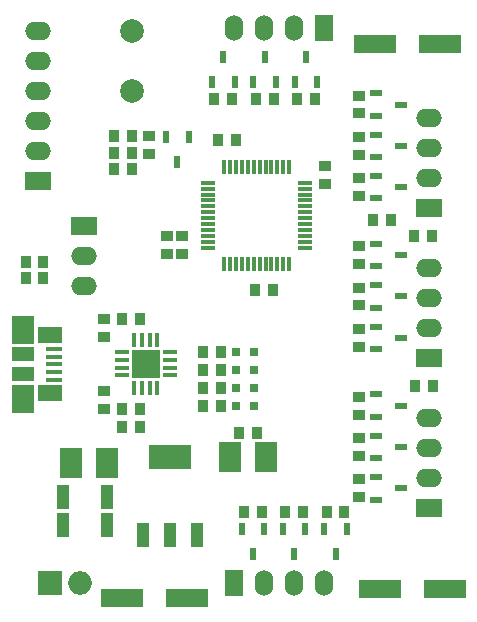
<source format=gts>
G04 (created by PCBNEW (2013-mar-13)-testing) date Tue 02 Jul 2013 08:12:50 AM CEST*
%MOIN*%
G04 Gerber Fmt 3.4, Leading zero omitted, Abs format*
%FSLAX34Y34*%
G01*
G70*
G90*
G04 APERTURE LIST*
%ADD10C,0.006*%
%ADD11R,0.144X0.08*%
%ADD12R,0.04X0.08*%
%ADD13R,0.0768X0.0984*%
%ADD14R,0.0354X0.0394*%
%ADD15R,0.0394X0.0354*%
%ADD16R,0.0394X0.0236*%
%ADD17R,0.0236X0.0394*%
%ADD18R,0.0866X0.06*%
%ADD19O,0.0866X0.06*%
%ADD20R,0.06X0.0866*%
%ADD21O,0.06X0.0866*%
%ADD22R,0.0118X0.0512*%
%ADD23R,0.0512X0.0118*%
%ADD24C,0.0787*%
%ADD25R,0.0314X0.0314*%
%ADD26R,0.0394X0.0787*%
%ADD27R,0.0747X0.0462*%
%ADD28R,0.0747X0.0935*%
%ADD29R,0.0827X0.058*%
%ADD30R,0.0543X0.0177*%
%ADD31R,0.0138X0.0473*%
%ADD32R,0.0137X0.0473*%
%ADD33R,0.0473X0.0138*%
%ADD34R,0.0473X0.0137*%
%ADD35R,0.0956X0.0956*%
%ADD36R,0.1417X0.063*%
%ADD37O,0.0787X0.0787*%
%ADD38R,0.0787X0.0787*%
G04 APERTURE END LIST*
G54D10*
G54D11*
X30100Y-39300D03*
G54D12*
X30100Y-41900D03*
X31000Y-41900D03*
X29200Y-41900D03*
G54D13*
X32100Y-39300D03*
X33300Y-39300D03*
X28000Y-39500D03*
X26800Y-39500D03*
G54D14*
X28247Y-29724D03*
X28839Y-29724D03*
G54D15*
X27900Y-37104D03*
X27900Y-37696D03*
G54D14*
X31704Y-28750D03*
X32296Y-28750D03*
X33546Y-33750D03*
X32954Y-33750D03*
G54D15*
X35275Y-29625D03*
X35275Y-30217D03*
X30500Y-32546D03*
X30500Y-31954D03*
G54D14*
X32404Y-38500D03*
X32996Y-38500D03*
X29096Y-37700D03*
X28504Y-37700D03*
G54D16*
X36985Y-29939D03*
X37817Y-30314D03*
X36985Y-30689D03*
G54D17*
X36004Y-41709D03*
X35629Y-42541D03*
X35254Y-41709D03*
G54D16*
X36985Y-39979D03*
X37817Y-40354D03*
X36985Y-40729D03*
X36985Y-38601D03*
X37817Y-38976D03*
X36985Y-39351D03*
X36985Y-37223D03*
X37817Y-37598D03*
X36985Y-37973D03*
G54D17*
X34626Y-41709D03*
X34251Y-42541D03*
X33876Y-41709D03*
X34270Y-26793D03*
X34645Y-25961D03*
X35020Y-26793D03*
X32892Y-26793D03*
X33267Y-25961D03*
X33642Y-26793D03*
X31514Y-26793D03*
X31889Y-25961D03*
X32264Y-26793D03*
G54D16*
X36985Y-28562D03*
X37817Y-28937D03*
X36985Y-29312D03*
X36985Y-27184D03*
X37817Y-27559D03*
X36985Y-27934D03*
X36985Y-34959D03*
X37817Y-35334D03*
X36985Y-35709D03*
X36985Y-33581D03*
X37817Y-33956D03*
X36985Y-34331D03*
X36985Y-32203D03*
X37817Y-32578D03*
X36985Y-32953D03*
G54D17*
X33249Y-41709D03*
X32874Y-42541D03*
X32499Y-41709D03*
X30729Y-28639D03*
X30354Y-29471D03*
X29979Y-28639D03*
G54D18*
X38750Y-36000D03*
G54D19*
X38750Y-35000D03*
X38750Y-34000D03*
X38750Y-33000D03*
G54D18*
X38750Y-31000D03*
G54D19*
X38750Y-30000D03*
X38750Y-29000D03*
X38750Y-28000D03*
G54D20*
X35250Y-25000D03*
G54D21*
X34250Y-25000D03*
X33250Y-25000D03*
X32250Y-25000D03*
G54D18*
X38750Y-41000D03*
G54D19*
X38750Y-40000D03*
X38750Y-39000D03*
X38750Y-38000D03*
G54D20*
X32250Y-43500D03*
G54D21*
X33250Y-43500D03*
X34250Y-43500D03*
X35250Y-43500D03*
G54D18*
X27244Y-31598D03*
G54D19*
X27244Y-32598D03*
X27244Y-33598D03*
G54D18*
X25700Y-30100D03*
G54D19*
X25700Y-29100D03*
X25700Y-28100D03*
X25700Y-27100D03*
X25700Y-26100D03*
X25700Y-25100D03*
G54D22*
X32508Y-32864D03*
X32705Y-32864D03*
X32902Y-32864D03*
X33098Y-32864D03*
X33295Y-32864D03*
X31917Y-32864D03*
X32114Y-32864D03*
X32311Y-32864D03*
G54D23*
X34614Y-32333D03*
X34614Y-32136D03*
X34614Y-31939D03*
X34614Y-31742D03*
X34614Y-31545D03*
X34614Y-31348D03*
X34614Y-31152D03*
X34614Y-30955D03*
G54D22*
X34083Y-29636D03*
X33886Y-29636D03*
X33689Y-29636D03*
X33492Y-29636D03*
X33295Y-29636D03*
X33098Y-29636D03*
X32902Y-29636D03*
X32705Y-29636D03*
G54D23*
X31386Y-30167D03*
X31386Y-30364D03*
X31386Y-30561D03*
X31386Y-30758D03*
X31386Y-30955D03*
X31386Y-31152D03*
X31386Y-31348D03*
X31386Y-31545D03*
G54D22*
X33492Y-32864D03*
X33689Y-32864D03*
X33886Y-32864D03*
X34083Y-32864D03*
G54D23*
X34614Y-30758D03*
X34614Y-30561D03*
X34614Y-30364D03*
X34614Y-30167D03*
G54D22*
X32508Y-29636D03*
X32311Y-29636D03*
X32114Y-29636D03*
X31917Y-29636D03*
G54D23*
X31386Y-31742D03*
X31386Y-31939D03*
X31386Y-32136D03*
X31386Y-32333D03*
G54D24*
X28858Y-27102D03*
X28858Y-25102D03*
G54D25*
X32305Y-35800D03*
X32895Y-35800D03*
X32305Y-36400D03*
X32895Y-36400D03*
X32305Y-37000D03*
X32895Y-37000D03*
X32305Y-37600D03*
X32895Y-37600D03*
G54D26*
X26555Y-40629D03*
X28011Y-40629D03*
X26555Y-41574D03*
X28011Y-41574D03*
G54D15*
X36417Y-28641D03*
X36417Y-29233D03*
G54D14*
X34349Y-27362D03*
X34941Y-27362D03*
X31204Y-37000D03*
X31796Y-37000D03*
X32971Y-27362D03*
X33563Y-27362D03*
X31204Y-36400D03*
X31796Y-36400D03*
X31593Y-27362D03*
X32185Y-27362D03*
G54D15*
X36417Y-30018D03*
X36417Y-30610D03*
G54D14*
X28839Y-28622D03*
X28247Y-28622D03*
X31204Y-35800D03*
X31796Y-35800D03*
X36869Y-31417D03*
X37461Y-31417D03*
G54D15*
X36417Y-27263D03*
X36417Y-27855D03*
G54D14*
X28504Y-34700D03*
X29096Y-34700D03*
G54D15*
X36417Y-35038D03*
X36417Y-35630D03*
X27900Y-35296D03*
X27900Y-34704D03*
X36417Y-33660D03*
X36417Y-34252D03*
X36417Y-32282D03*
X36417Y-32874D03*
G54D14*
X25886Y-32795D03*
X25294Y-32795D03*
X33170Y-41141D03*
X32578Y-41141D03*
X34547Y-41141D03*
X33955Y-41141D03*
X25886Y-33346D03*
X25294Y-33346D03*
X35925Y-41141D03*
X35333Y-41141D03*
X31204Y-37600D03*
X31796Y-37600D03*
G54D15*
X36417Y-40058D03*
X36417Y-40650D03*
G54D14*
X28839Y-29173D03*
X28247Y-29173D03*
G54D15*
X36417Y-38680D03*
X36417Y-39272D03*
X29409Y-29193D03*
X29409Y-28601D03*
X36417Y-37302D03*
X36417Y-37894D03*
G54D27*
X25196Y-35890D03*
X25196Y-36550D03*
G54D28*
X25196Y-37367D03*
X25196Y-35073D03*
G54D29*
X26101Y-37189D03*
X26101Y-35251D03*
G54D30*
X26243Y-35708D03*
X26243Y-35964D03*
X26243Y-36220D03*
X26243Y-36476D03*
X26243Y-36732D03*
G54D31*
X29683Y-35394D03*
G54D32*
X29427Y-35394D03*
X29173Y-35394D03*
G54D31*
X28917Y-35394D03*
G54D33*
X28494Y-35817D03*
G54D34*
X28494Y-36073D03*
X28494Y-36327D03*
G54D33*
X28494Y-36583D03*
G54D31*
X28917Y-37006D03*
G54D32*
X29173Y-37006D03*
X29427Y-37006D03*
G54D31*
X29683Y-37006D03*
G54D33*
X30106Y-36583D03*
G54D34*
X30106Y-36327D03*
X30106Y-36073D03*
G54D33*
X30106Y-35817D03*
G54D35*
X29300Y-36200D03*
G54D15*
X30000Y-32546D03*
X30000Y-31954D03*
G54D14*
X29096Y-38300D03*
X28504Y-38300D03*
G54D36*
X30683Y-44000D03*
X28517Y-44000D03*
X39114Y-25551D03*
X36948Y-25551D03*
G54D37*
X27100Y-43500D03*
G54D38*
X26100Y-43500D03*
G54D14*
X38839Y-31929D03*
X38247Y-31929D03*
X38878Y-36929D03*
X38286Y-36929D03*
G54D36*
X39271Y-43700D03*
X37105Y-43700D03*
M02*

</source>
